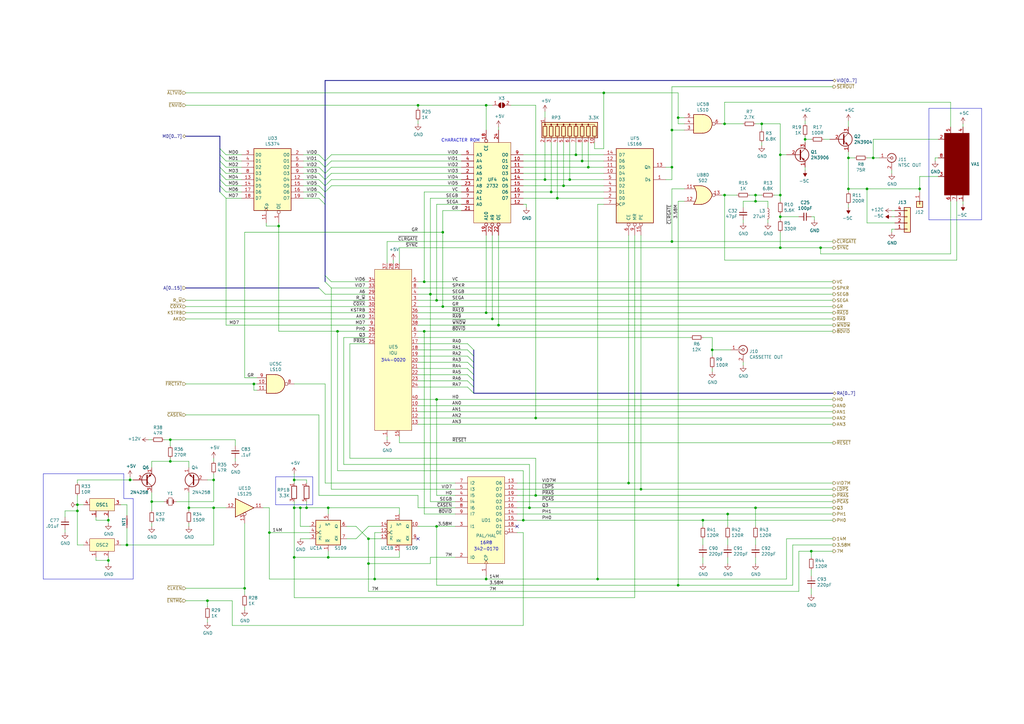
<source format=kicad_sch>
(kicad_sch (version 20230121) (generator eeschema)
  (paper "A3")
  (title_block (title "TIMING/VIDEO A2E NTSC"))
  (junction (at 201.93 130.81))
  (junction (at 297.18 50.8))
  (junction (at 134.62 228.6))
  (junction (at 347.98 64.77))
  (junction (at 309.88 82.55))
  (junction (at 292.1 143.51))
  (junction (at 347.98 77.47))
  (junction (at 204.47 133.35))
  (junction (at 199.39 43.18))
  (junction (at 320.04 101.6))
  (junction (at 179.07 215.9))
  (junction (at 298.45 210.82))
  (junction (at 355.6 77.47))
  (junction (at 77.47 208.28))
  (junction (at 275.59 68.58))
  (junction (at 226.06 78.74))
  (junction (at 87.63 196.85))
  (junction (at 110.49 218.44))
  (junction (at 217.17 208.28))
  (junction (at 262.89 200.66))
  (junction (at 320.04 63.5))
  (junction (at 181.61 125.73))
  (junction (at 44.45 229.87))
  (junction (at 151.13 231.14))
  (junction (at 236.22 63.5))
  (junction (at 125.73 208.28))
  (junction (at 104.14 157.48))
  (junction (at 247.65 38.1))
  (junction (at 120.65 208.28))
  (junction (at 138.43 135.89))
  (junction (at 123.19 208.28))
  (junction (at 275.59 53.34))
  (junction (at 312.42 50.8))
  (junction (at 120.65 228.6))
  (junction (at 219.71 203.2))
  (junction (at 278.13 240.03))
  (junction (at 85.09 246.38))
  (junction (at 320.04 88.9))
  (junction (at 173.99 115.57))
  (junction (at 228.6 81.28))
  (junction (at 69.85 189.23))
  (junction (at 309.88 208.28))
  (junction (at 275.59 99.06))
  (junction (at 31.75 207.01))
  (junction (at 257.81 198.12))
  (junction (at 181.61 95.25))
  (junction (at 245.11 237.49))
  (junction (at 199.39 128.27))
  (junction (at 114.3 92.71))
  (junction (at 320.04 80.01))
  (junction (at 330.2 57.15))
  (junction (at 288.29 213.36))
  (junction (at 231.14 76.2))
  (junction (at 297.18 80.01))
  (junction (at 214.63 213.36))
  (junction (at 134.62 208.28))
  (junction (at 241.3 68.58))
  (junction (at 238.76 66.04))
  (junction (at 173.99 135.89))
  (junction (at 309.88 80.01))
  (junction (at 332.74 226.06))
  (junction (at 358.14 64.77))
  (junction (at 278.13 48.26))
  (junction (at 100.33 241.3))
  (junction (at 53.34 196.85))
  (junction (at 31.75 209.55))
  (junction (at 44.45 213.36))
  (junction (at 179.07 163.83))
  (junction (at 153.67 237.49))
  (junction (at 62.23 205.74))
  (junction (at 377.19 77.47))
  (junction (at 176.53 120.65))
  (junction (at 233.68 73.66))
  (junction (at 151.13 220.98))
  (junction (at 219.71 171.45))
  (junction (at 52.07 223.52))
  (junction (at 199.39 237.49))
  (junction (at 179.07 123.19))
  (junction (at 336.55 101.6))
  (junction (at 171.45 43.18))
  (junction (at 120.65 196.85))
  (junction (at 69.85 180.34))
  (junction (at 87.63 208.28))
  (junction (at 223.52 73.66))
  (no_connect (at 212.09 215.9))
  (no_connect (at 171.45 220.98))
  (bus_entry (at 130.81 73.66) (size 2.54 2.54))
  (bus_entry (at 130.81 63.5) (size 2.54 2.54))
  (bus_entry (at 130.81 76.2) (size 2.54 2.54))
  (bus_entry (at 191.77 151.13) (size 2.54 2.54))
  (bus_entry (at 135.89 63.5) (size -2.54 2.54))
  (bus_entry (at 191.77 140.97) (size 2.54 2.54))
  (bus_entry (at 133.35 115.57) (size 2.54 2.54))
  (bus_entry (at 92.71 63.5) (size -2.54 -2.54))
  (bus_entry (at 130.81 71.12) (size 2.54 2.54))
  (bus_entry (at 92.71 73.66) (size -2.54 -2.54))
  (bus_entry (at 130.81 68.58) (size 2.54 2.54))
  (bus_entry (at 191.77 148.59) (size 2.54 2.54))
  (bus_entry (at 92.71 66.04) (size -2.54 -2.54))
  (bus_entry (at 92.71 68.58) (size -2.54 -2.54))
  (bus_entry (at 130.81 118.11) (size 2.54 2.54))
  (bus_entry (at 135.89 68.58) (size -2.54 2.54))
  (bus_entry (at 92.71 78.74) (size -2.54 -2.54))
  (bus_entry (at 92.71 81.28) (size -2.54 -2.54))
  (bus_entry (at 191.77 146.05) (size 2.54 2.54))
  (bus_entry (at 191.77 158.75) (size 2.54 2.54))
  (bus_entry (at 191.77 156.21) (size 2.54 2.54))
  (bus_entry (at 130.81 66.04) (size 2.54 2.54))
  (bus_entry (at 135.89 76.2) (size -2.54 2.54))
  (bus_entry (at 191.77 153.67) (size 2.54 2.54))
  (bus_entry (at 130.81 78.74) (size 2.54 2.54))
  (bus_entry (at 92.71 71.12) (size -2.54 -2.54))
  (bus_entry (at 135.89 66.04) (size -2.54 2.54))
  (bus_entry (at 135.89 71.12) (size -2.54 2.54))
  (bus_entry (at 191.77 143.51) (size 2.54 2.54))
  (bus_entry (at 133.35 113.03) (size 2.54 2.54))
  (bus_entry (at 130.81 81.28) (size 2.54 2.54))
  (bus_entry (at 92.71 76.2) (size -2.54 -2.54))
  (bus_entry (at 135.89 73.66) (size -2.54 2.54))
  (wire (pts (xy 171.45 153.67) (xy 191.77 153.67)))
  (wire (pts (xy 332.74 228.6) (xy 332.74 226.06)))
  (wire (pts (xy 273.05 73.66) (xy 275.59 73.66)))
  (wire (pts (xy 358.14 57.15) (xy 358.14 64.77)))
  (wire (pts (xy 297.18 50.8) (xy 304.8 50.8)))
  (wire (pts (xy 341.63 226.06) (xy 332.74 226.06)))
  (wire (pts (xy 243.84 60.96) (xy 243.84 58.42)))
  (wire (pts (xy 214.63 213.36) (xy 212.09 213.36)))
  (wire (pts (xy 199.39 236.22) (xy 199.39 237.49)))
  (wire (pts (xy 176.53 228.6) (xy 186.69 228.6)))
  (wire (pts (xy 337.82 57.15) (xy 340.36 57.15)))
  (wire (pts (xy 320.04 50.8) (xy 312.42 50.8)))
  (wire (pts (xy 176.53 120.65) (xy 341.63 120.65)))
  (polyline (pts (xy 402.59 90.17) (xy 402.59 44.45)))
  (wire (pts (xy 163.83 101.6) (xy 320.04 101.6)))
  (wire (pts (xy 133.35 157.48) (xy 133.35 198.12)))
  (wire (pts (xy 87.63 196.85) (xy 85.09 196.85)))
  (wire (pts (xy 186.69 215.9) (xy 179.07 215.9)))
  (wire (pts (xy 275.59 68.58) (xy 273.05 68.58)))
  (wire (pts (xy 247.65 38.1) (xy 278.13 38.1)))
  (wire (pts (xy 314.96 91.44) (xy 314.96 90.17)))
  (wire (pts (xy 62.23 205.74) (xy 67.31 205.74)))
  (wire (pts (xy 52.07 223.52) (xy 87.63 223.52)))
  (wire (pts (xy 130.81 78.74) (xy 124.46 78.74)))
  (wire (pts (xy 309.88 80.01) (xy 312.42 80.01)))
  (wire (pts (xy 69.85 180.34) (xy 96.52 180.34)))
  (wire (pts (xy 212.09 218.44) (xy 214.63 218.44)))
  (wire (pts (xy 383.54 64.77) (xy 383.54 66.04)))
  (wire (pts (xy 44.45 228.6) (xy 44.45 229.87)))
  (wire (pts (xy 389.89 82.55) (xy 389.89 104.14)))
  (wire (pts (xy 130.81 170.18) (xy 76.2 170.18)))
  (wire (pts (xy 179.07 240.03) (xy 278.13 240.03)))
  (wire (pts (xy 179.07 215.9) (xy 179.07 240.03)))
  (wire (pts (xy 151.13 242.57) (xy 327.66 242.57)))
  (wire (pts (xy 332.74 226.06) (xy 327.66 226.06)))
  (bus (pts (xy 90.17 55.88) (xy 76.2 55.88)))
  (wire (pts (xy 31.75 209.55) (xy 31.75 207.01)))
  (wire (pts (xy 176.53 120.65) (xy 171.45 120.65)))
  (wire (pts (xy 92.71 66.04) (xy 99.06 66.04)))
  (wire (pts (xy 219.71 171.45) (xy 341.63 171.45)))
  (wire (pts (xy 322.58 237.49) (xy 322.58 220.98)))
  (wire (pts (xy 231.14 76.2) (xy 247.65 76.2)))
  (wire (pts (xy 87.63 187.96) (xy 87.63 189.23)))
  (bus (pts (xy 90.17 76.2) (xy 90.17 78.74)))
  (wire (pts (xy 95.25 256.54) (xy 95.25 246.38)))
  (wire (pts (xy 49.53 207.01) (xy 52.07 207.01)))
  (wire (pts (xy 151.13 140.97) (xy 143.51 140.97)))
  (wire (pts (xy 95.25 256.54) (xy 214.63 256.54)))
  (wire (pts (xy 130.81 76.2) (xy 124.46 76.2)))
  (wire (pts (xy 156.21 220.98) (xy 151.13 220.98)))
  (wire (pts (xy 212.09 210.82) (xy 298.45 210.82)))
  (wire (pts (xy 100.33 248.92) (xy 100.33 250.19)))
  (wire (pts (xy 245.11 237.49) (xy 322.58 237.49)))
  (wire (pts (xy 76.2 123.19) (xy 151.13 123.19)))
  (wire (pts (xy 275.59 35.56) (xy 341.63 35.56)))
  (wire (pts (xy 133.35 120.65) (xy 151.13 120.65)))
  (wire (pts (xy 96.52 180.34) (xy 96.52 182.88)))
  (wire (pts (xy 347.98 64.77) (xy 350.52 64.77)))
  (wire (pts (xy 217.17 208.28) (xy 309.88 208.28)))
  (wire (pts (xy 278.13 48.26) (xy 278.13 50.8)))
  (wire (pts (xy 31.75 196.85) (xy 31.75 198.12)))
  (wire (pts (xy 171.45 215.9) (xy 179.07 215.9)))
  (wire (pts (xy 95.25 246.38) (xy 85.09 246.38)))
  (wire (pts (xy 173.99 135.89) (xy 173.99 210.82)))
  (wire (pts (xy 325.12 223.52) (xy 325.12 240.03)))
  (wire (pts (xy 176.53 231.14) (xy 151.13 231.14)))
  (wire (pts (xy 295.91 50.8) (xy 297.18 50.8)))
  (wire (pts (xy 312.42 58.42) (xy 312.42 59.69)))
  (wire (pts (xy 219.71 187.96) (xy 219.71 203.2)))
  (wire (pts (xy 228.6 58.42) (xy 228.6 81.28)))
  (wire (pts (xy 76.2 157.48) (xy 104.14 157.48)))
  (wire (pts (xy 173.99 135.89) (xy 341.63 135.89)))
  (wire (pts (xy 158.75 107.95) (xy 158.75 99.06)))
  (wire (pts (xy 179.07 83.82) (xy 189.23 83.82)))
  (wire (pts (xy 146.05 220.98) (xy 151.13 215.9)))
  (wire (pts (xy 262.89 200.66) (xy 341.63 200.66)))
  (wire (pts (xy 330.2 68.58) (xy 330.2 69.85)))
  (wire (pts (xy 163.83 107.95) (xy 163.83 101.6)))
  (wire (pts (xy 130.81 63.5) (xy 124.46 63.5)))
  (wire (pts (xy 214.63 78.74) (xy 226.06 78.74)))
  (wire (pts (xy 179.07 83.82) (xy 179.07 123.19)))
  (wire (pts (xy 320.04 82.55) (xy 320.04 80.01)))
  (wire (pts (xy 105.41 157.48) (xy 104.14 157.48)))
  (bus (pts (xy 194.31 151.13) (xy 194.31 153.67)))
  (wire (pts (xy 288.29 215.9) (xy 288.29 213.36)))
  (wire (pts (xy 199.39 128.27) (xy 341.63 128.27)))
  (wire (pts (xy 365.76 69.85) (xy 365.76 71.12)))
  (wire (pts (xy 204.47 52.07) (xy 204.47 53.34)))
  (wire (pts (xy 163.83 228.6) (xy 134.62 228.6)))
  (wire (pts (xy 179.07 203.2) (xy 186.69 203.2)))
  (wire (pts (xy 171.45 138.43) (xy 283.21 138.43)))
  (wire (pts (xy 158.75 179.07) (xy 158.75 180.34)))
  (wire (pts (xy 161.29 106.68) (xy 161.29 107.95)))
  (wire (pts (xy 312.42 50.8) (xy 312.42 53.34)))
  (wire (pts (xy 85.09 248.92) (xy 85.09 246.38)))
  (wire (pts (xy 163.83 226.06) (xy 163.83 228.6)))
  (wire (pts (xy 123.19 208.28) (xy 123.19 215.9)))
  (wire (pts (xy 39.37 213.36) (xy 44.45 213.36)))
  (wire (pts (xy 275.59 99.06) (xy 341.63 99.06)))
  (wire (pts (xy 44.45 229.87) (xy 44.45 231.14)))
  (bus (pts (xy 133.35 76.2) (xy 133.35 78.74)))
  (wire (pts (xy 44.45 212.09) (xy 44.45 213.36)))
  (bus (pts (xy 90.17 63.5) (xy 90.17 66.04)))
  (wire (pts (xy 123.19 220.98) (xy 127 220.98)))
  (wire (pts (xy 217.17 208.28) (xy 212.09 208.28)))
  (wire (pts (xy 140.97 190.5) (xy 140.97 138.43)))
  (wire (pts (xy 130.81 203.2) (xy 130.81 170.18)))
  (wire (pts (xy 140.97 138.43) (xy 151.13 138.43)))
  (wire (pts (xy 377.19 77.47) (xy 355.6 77.47)))
  (wire (pts (xy 304.8 148.59) (xy 304.8 149.86)))
  (bus (pts (xy 130.81 118.11) (xy 76.2 118.11)))
  (wire (pts (xy 104.14 160.02) (xy 105.41 160.02)))
  (wire (pts (xy 26.67 217.17) (xy 26.67 218.44)))
  (wire (pts (xy 219.71 43.18) (xy 219.71 171.45)))
  (wire (pts (xy 341.63 223.52) (xy 325.12 223.52)))
  (wire (pts (xy 358.14 64.77) (xy 355.6 64.77)))
  (wire (pts (xy 278.13 240.03) (xy 278.13 82.55)))
  (wire (pts (xy 99.06 76.2) (xy 92.71 76.2)))
  (wire (pts (xy 138.43 193.04) (xy 214.63 193.04)))
  (wire (pts (xy 347.98 83.82) (xy 347.98 85.09)))
  (wire (pts (xy 365.76 88.9) (xy 367.03 88.9)))
  (wire (pts (xy 309.88 208.28) (xy 341.63 208.28)))
  (wire (pts (xy 87.63 194.31) (xy 87.63 196.85)))
  (wire (pts (xy 135.89 200.66) (xy 186.69 200.66)))
  (wire (pts (xy 171.45 146.05) (xy 191.77 146.05)))
  (wire (pts (xy 278.13 50.8) (xy 280.67 50.8)))
  (wire (pts (xy 85.09 246.38) (xy 76.2 246.38)))
  (wire (pts (xy 320.04 88.9) (xy 327.66 88.9)))
  (wire (pts (xy 26.67 209.55) (xy 31.75 209.55)))
  (wire (pts (xy 171.45 43.18) (xy 76.2 43.18)))
  (wire (pts (xy 280.67 48.26) (xy 278.13 48.26)))
  (polyline (pts (xy 50.8 194.31) (xy 50.8 204.47)))
  (wire (pts (xy 53.34 195.58) (xy 53.34 196.85)))
  (wire (pts (xy 130.81 68.58) (xy 124.46 68.58)))
  (wire (pts (xy 179.07 123.19) (xy 171.45 123.19)))
  (wire (pts (xy 135.89 68.58) (xy 189.23 68.58)))
  (wire (pts (xy 278.13 38.1) (xy 278.13 48.26)))
  (wire (pts (xy 347.98 62.23) (xy 347.98 64.77)))
  (wire (pts (xy 171.45 163.83) (xy 179.07 163.83)))
  (wire (pts (xy 77.47 191.77) (xy 77.47 189.23)))
  (wire (pts (xy 199.39 96.52) (xy 199.39 128.27)))
  (wire (pts (xy 384.81 57.15) (xy 358.14 57.15)))
  (wire (pts (xy 171.45 118.11) (xy 341.63 118.11)))
  (bus (pts (xy 90.17 73.66) (xy 90.17 76.2)))
  (wire (pts (xy 142.24 220.98) (xy 146.05 220.98)))
  (wire (pts (xy 114.3 92.71) (xy 114.3 135.89)))
  (wire (pts (xy 151.13 220.98) (xy 146.05 215.9)))
  (wire (pts (xy 327.66 226.06) (xy 327.66 242.57)))
  (wire (pts (xy 135.89 73.66) (xy 189.23 73.66)))
  (wire (pts (xy 280.67 82.55) (xy 278.13 82.55)))
  (wire (pts (xy 120.65 208.28) (xy 120.65 228.6)))
  (wire (pts (xy 171.45 151.13) (xy 191.77 151.13)))
  (wire (pts (xy 153.67 237.49) (xy 110.49 237.49)))
  (wire (pts (xy 31.75 207.01) (xy 34.29 207.01)))
  (wire (pts (xy 347.98 77.47) (xy 347.98 78.74)))
  (wire (pts (xy 367.03 93.98) (xy 365.76 93.98)))
  (wire (pts (xy 223.52 73.66) (xy 233.68 73.66)))
  (wire (pts (xy 151.13 231.14) (xy 151.13 242.57)))
  (wire (pts (xy 77.47 208.28) (xy 77.47 209.55)))
  (wire (pts (xy 307.34 80.01) (xy 309.88 80.01)))
  (wire (pts (xy 330.2 57.15) (xy 332.74 57.15)))
  (wire (pts (xy 233.68 58.42) (xy 233.68 73.66)))
  (wire (pts (xy 135.89 115.57) (xy 151.13 115.57)))
  (wire (pts (xy 214.63 68.58) (xy 241.3 68.58)))
  (wire (pts (xy 320.04 80.01) (xy 320.04 63.5)))
  (wire (pts (xy 233.68 73.66) (xy 247.65 73.66)))
  (bus (pts (xy 133.35 33.02) (xy 341.63 33.02)))
  (wire (pts (xy 49.53 223.52) (xy 52.07 223.52)))
  (wire (pts (xy 34.29 223.52) (xy 31.75 223.52)))
  (wire (pts (xy 298.45 223.52) (xy 298.45 220.98)))
  (wire (pts (xy 292.1 143.51) (xy 292.1 138.43)))
  (wire (pts (xy 199.39 237.49) (xy 245.11 237.49)))
  (wire (pts (xy 109.22 91.44) (xy 109.22 92.71)))
  (wire (pts (xy 176.53 81.28) (xy 176.53 120.65)))
  (wire (pts (xy 367.03 91.44) (xy 355.6 91.44)))
  (wire (pts (xy 288.29 213.36) (xy 341.63 213.36)))
  (wire (pts (xy 114.3 135.89) (xy 138.43 135.89)))
  (wire (pts (xy 125.73 205.74) (xy 125.73 208.28)))
  (wire (pts (xy 171.45 173.99) (xy 341.63 173.99)))
  (wire (pts (xy 92.71 68.58) (xy 99.06 68.58)))
  (wire (pts (xy 134.62 228.6) (xy 120.65 228.6)))
  (wire (pts (xy 120.65 205.74) (xy 120.65 208.28)))
  (polyline (pts (xy 113.03 195.58) (xy 113.03 207.01)))
  (wire (pts (xy 87.63 208.28) (xy 77.47 208.28)))
  (wire (pts (xy 92.71 73.66) (xy 99.06 73.66)))
  (wire (pts (xy 135.89 118.11) (xy 135.89 200.66)))
  (wire (pts (xy 77.47 189.23) (xy 69.85 189.23)))
  (bus (pts (xy 194.31 146.05) (xy 194.31 148.59)))
  (wire (pts (xy 135.89 71.12) (xy 189.23 71.12)))
  (wire (pts (xy 92.71 81.28) (xy 99.06 81.28)))
  (wire (pts (xy 275.59 77.47) (xy 275.59 99.06)))
  (wire (pts (xy 39.37 228.6) (xy 39.37 229.87)))
  (wire (pts (xy 31.75 203.2) (xy 31.75 207.01)))
  (wire (pts (xy 215.9 83.82) (xy 215.9 85.09)))
  (wire (pts (xy 171.45 143.51) (xy 191.77 143.51)))
  (wire (pts (xy 275.59 53.34) (xy 275.59 68.58)))
  (wire (pts (xy 171.45 140.97) (xy 191.77 140.97)))
  (wire (pts (xy 297.18 106.68) (xy 297.18 80.01)))
  (polyline (pts (xy 54.61 237.49) (xy 17.78 237.49)))
  (wire (pts (xy 236.22 58.42) (xy 236.22 63.5)))
  (wire (pts (xy 67.31 180.34) (xy 69.85 180.34)))
  (wire (pts (xy 173.99 78.74) (xy 173.99 115.57)))
  (wire (pts (xy 317.5 80.01) (xy 320.04 80.01)))
  (polyline (pts (xy 50.8 204.47) (xy 54.61 204.47)))
  (wire (pts (xy 69.85 189.23) (xy 62.23 189.23)))
  (wire (pts (xy 62.23 205.74) (xy 62.23 209.55)))
  (wire (pts (xy 39.37 229.87) (xy 44.45 229.87)))
  (bus (pts (xy 194.31 153.67) (xy 194.31 156.21)))
  (bus (pts (xy 90.17 68.58) (xy 90.17 71.12)))
  (wire (pts (xy 153.67 218.44) (xy 156.21 218.44)))
  (wire (pts (xy 336.55 104.14) (xy 336.55 101.6)))
  (wire (pts (xy 280.67 77.47) (xy 275.59 77.47)))
  (wire (pts (xy 389.89 41.91) (xy 297.18 41.91)))
  (wire (pts (xy 247.65 83.82) (xy 245.11 83.82)))
  (wire (pts (xy 171.45 49.53) (xy 171.45 50.8)))
  (wire (pts (xy 138.43 193.04) (xy 138.43 135.89)))
  (wire (pts (xy 365.76 86.36) (xy 367.03 86.36)))
  (wire (pts (xy 127 218.44) (xy 110.49 218.44)))
  (wire (pts (xy 262.89 96.52) (xy 262.89 200.66)))
  (wire (pts (xy 358.14 64.77) (xy 360.68 64.77)))
  (polyline (pts (xy 128.27 207.01) (xy 113.03 207.01)))
  (bus (pts (xy 133.35 68.58) (xy 133.35 71.12)))
  (wire (pts (xy 163.83 181.61) (xy 341.63 181.61)))
  (wire (pts (xy 52.07 216.535) (xy 52.07 223.52)))
  (wire (pts (xy 109.22 92.71) (xy 114.3 92.71)))
  (wire (pts (xy 330.2 58.42) (xy 330.2 57.15)))
  (wire (pts (xy 280.67 53.34) (xy 275.59 53.34)))
  (bus (pts (xy 90.17 55.88) (xy 90.17 60.96)))
  (wire (pts (xy 100.33 241.3) (xy 100.33 243.84)))
  (bus (pts (xy 133.35 78.74) (xy 133.35 81.28)))
  (wire (pts (xy 135.89 76.2) (xy 189.23 76.2)))
  (polyline (pts (xy 128.27 195.58) (xy 128.27 207.01)))
  (bus (pts (xy 90.17 71.12) (xy 90.17 73.66)))
  (wire (pts (xy 298.45 210.82) (xy 341.63 210.82)))
  (wire (pts (xy 288.29 228.6) (xy 288.29 231.14)))
  (wire (pts (xy 92.71 81.28) (xy 92.71 133.35)))
  (wire (pts (xy 26.67 212.09) (xy 26.67 209.55)))
  (wire (pts (xy 179.07 163.83) (xy 179.07 203.2)))
  (wire (pts (xy 62.23 180.34) (xy 60.96 180.34)))
  (wire (pts (xy 100.33 154.94) (xy 105.41 154.94)))
  (wire (pts (xy 171.45 158.75) (xy 191.77 158.75)))
  (wire (pts (xy 320.04 95.25) (xy 320.04 101.6)))
  (wire (pts (xy 212.09 205.74) (xy 341.63 205.74)))
  (wire (pts (xy 309.88 223.52) (xy 309.88 220.98)))
  (wire (pts (xy 298.45 215.9) (xy 298.45 210.82)))
  (wire (pts (xy 171.45 166.37) (xy 341.63 166.37)))
  (polyline (pts (xy 381 44.45) (xy 381 90.17)))
  (wire (pts (xy 304.8 91.44) (xy 304.8 90.17)))
  (wire (pts (xy 143.51 187.96) (xy 219.71 187.96)))
  (wire (pts (xy 292.1 143.51) (xy 292.1 146.05)))
  (wire (pts (xy 394.97 83.82) (xy 394.97 82.55)))
  (wire (pts (xy 347.98 49.53) (xy 347.98 52.07)))
  (bus (pts (xy 194.31 156.21) (xy 194.31 158.75)))
  (wire (pts (xy 212.09 200.66) (xy 262.89 200.66)))
  (wire (pts (xy 87.63 223.52) (xy 87.63 208.28)))
  (wire (pts (xy 204.47 96.52) (xy 204.47 133.35)))
  (wire (pts (xy 226.06 78.74) (xy 247.65 78.74)))
  (wire (pts (xy 309.88 215.9) (xy 309.88 208.28)))
  (wire (pts (xy 31.75 223.52) (xy 31.75 209.55)))
  (wire (pts (xy 257.81 96.52) (xy 257.81 198.12)))
  (polyline (pts (xy 17.78 237.49) (xy 17.78 194.31)))
  (wire (pts (xy 171.45 203.2) (xy 130.81 203.2)))
  (wire (pts (xy 130.81 66.04) (xy 124.46 66.04)))
  (wire (pts (xy 52.07 207.01) (xy 52.07 211.455)))
  (wire (pts (xy 140.97 190.5) (xy 217.17 190.5)))
  (wire (pts (xy 214.63 213.36) (xy 288.29 213.36)))
  (wire (pts (xy 238.76 66.04) (xy 247.65 66.04)))
  (wire (pts (xy 219.71 203.2) (xy 212.09 203.2)))
  (wire (pts (xy 92.71 78.74) (xy 99.06 78.74)))
  (wire (pts (xy 288.29 223.52) (xy 288.29 220.98)))
  (wire (pts (xy 87.63 205.74) (xy 87.63 196.85)))
  (wire (pts (xy 384.81 64.77) (xy 383.54 64.77)))
  (wire (pts (xy 201.93 96.52) (xy 201.93 130.81)))
  (wire (pts (xy 212.09 198.12) (xy 257.81 198.12)))
  (wire (pts (xy 377.19 72.39) (xy 377.19 77.47)))
  (bus (pts (xy 133.35 83.82) (xy 133.35 113.03)))
  (bus (pts (xy 194.31 161.29) (xy 341.63 161.29)))
  (wire (pts (xy 309.88 82.55) (xy 314.96 82.55)))
  (wire (pts (xy 110.49 218.44) (xy 110.49 208.28)))
  (wire (pts (xy 130.81 73.66) (xy 124.46 73.66)))
  (wire (pts (xy 320.04 63.5) (xy 322.58 63.5)))
  (wire (pts (xy 257.81 198.12) (xy 341.63 198.12)))
  (wire (pts (xy 171.45 148.59) (xy 191.77 148.59)))
  (wire (pts (xy 176.53 81.28) (xy 189.23 81.28)))
  (wire (pts (xy 332.74 233.68) (xy 332.74 236.22)))
  (wire (pts (xy 146.05 215.9) (xy 142.24 215.9)))
  (wire (pts (xy 110.49 237.49) (xy 110.49 218.44)))
  (wire (pts (xy 181.61 125.73) (xy 171.45 125.73)))
  (wire (pts (xy 322.58 220.98) (xy 341.63 220.98)))
  (wire (pts (xy 72.39 205.74) (xy 87.63 205.74)))
  (wire (pts (xy 130.81 81.28) (xy 124.46 81.28)))
  (wire (pts (xy 332.74 241.3) (xy 332.74 243.84)))
  (bus (pts (xy 133.35 71.12) (xy 133.35 73.66)))
  (bus (pts (xy 133.35 81.28) (xy 133.35 83.82)))
  (wire (pts (xy 377.19 77.47) (xy 377.19 78.74)))
  (wire (pts (xy 320.04 101.6) (xy 336.55 101.6)))
  (wire (pts (xy 135.89 63.5) (xy 189.23 63.5)))
  (wire (pts (xy 214.63 218.44) (xy 214.63 256.54)))
  (wire (pts (xy 214.63 213.36) (xy 214.63 193.04)))
  (wire (pts (xy 231.14 58.42) (xy 231.14 76.2)))
  (wire (pts (xy 336.55 101.6) (xy 341.63 101.6)))
  (wire (pts (xy 138.43 135.89) (xy 151.13 135.89)))
  (wire (pts (xy 69.85 187.96) (xy 69.85 189.23)))
  (wire (pts (xy 69.85 180.34) (xy 69.85 182.88)))
  (wire (pts (xy 223.52 45.72) (xy 223.52 48.26)))
  (wire (pts (xy 77.47 214.63) (xy 77.47 215.9)))
  (wire (pts (xy 292.1 138.43) (xy 288.29 138.43)))
  (wire (pts (xy 309.88 82.55) (xy 309.88 80.01)))
  (wire (pts (xy 245.11 83.82) (xy 245.11 237.49)))
  (wire (pts (xy 153.67 237.49) (xy 153.67 218.44)))
  (wire (pts (xy 247.65 60.96) (xy 243.84 60.96)))
  (wire (pts (xy 176.53 228.6) (xy 176.53 231.14)))
  (wire (pts (xy 320.04 88.9) (xy 320.04 90.17)))
  (wire (pts (xy 171.45 208.28) (xy 171.45 203.2)))
  (wire (pts (xy 214.63 81.28) (xy 228.6 81.28)))
  (wire (pts (xy 173.99 115.57) (xy 341.63 115.57)))
  (wire (pts (xy 85.09 254) (xy 85.09 255.27)))
  (wire (pts (xy 204.47 133.35) (xy 171.45 133.35)))
  (polyline (pts (xy 17.78 194.31) (xy 50.8 194.31)))
  (wire (pts (xy 163.83 179.07) (xy 163.83 181.61)))
  (wire (pts (xy 173.99 115.57) (xy 171.45 115.57)))
  (wire (pts (xy 389.89 52.07) (xy 389.89 41.91)))
  (wire (pts (xy 355.6 91.44) (xy 355.6 77.47)))
  (wire (pts (xy 62.23 214.63) (xy 62.23 215.9)))
  (wire (pts (xy 292.1 151.13) (xy 292.1 152.4)))
  (wire (pts (xy 92.71 208.28) (xy 87.63 208.28)))
  (wire (pts (xy 125.73 208.28) (xy 123.19 208.28)))
  (wire (pts (xy 151.13 215.9) (xy 156.21 215.9)))
  (wire (pts (xy 217.17 190.5) (xy 217.17 208.28)))
  (wire (pts (xy 320.04 87.63) (xy 320.04 88.9)))
  (wire (pts (xy 214.63 71.12) (xy 247.65 71.12)))
  (wire (pts (xy 304.8 85.09) (xy 304.8 82.55)))
  (wire (pts (xy 171.45 171.45) (xy 219.71 171.45)))
  (wire (pts (xy 314.96 82.55) (xy 314.96 85.09)))
  (polyline (pts (xy 402.59 44.45) (xy 381 44.45)))
  (wire (pts (xy 92.71 133.35) (xy 151.13 133.35)))
  (bus (pts (xy 133.35 66.04) (xy 133.35 68.58)))
  (wire (pts (xy 236.22 63.5) (xy 247.65 63.5)))
  (wire (pts (xy 171.45 44.45) (xy 171.45 43.18)))
  (wire (pts (xy 153.67 237.49) (xy 199.39 237.49)))
  (wire (pts (xy 130.81 71.12) (xy 124.46 71.12)))
  (wire (pts (xy 199.39 43.18) (xy 171.45 43.18)))
  (wire (pts (xy 53.34 196.85) (xy 54.61 196.85)))
  (wire (pts (xy 392.43 82.55) (xy 392.43 106.68)))
  (wire (pts (xy 394.97 50.8) (xy 394.97 52.07)))
  (wire (pts (xy 135.89 66.04) (xy 189.23 66.04)))
  (wire (pts (xy 76.2 241.3) (xy 100.33 241.3)))
  (wire (pts (xy 365.76 93.98) (xy 365.76 95.25)))
  (wire (pts (xy 181.61 86.36) (xy 181.61 95.25)))
  (wire (pts (xy 134.62 208.28) (xy 125.73 208.28)))
  (wire (pts (xy 120.65 194.31) (xy 120.65 196.85)))
  (wire (pts (xy 176.53 205.74) (xy 186.69 205.74)))
  (wire (pts (xy 125.73 196.85) (xy 125.73 198.12)))
  (bus (pts (xy 194.31 148.59) (xy 194.31 151.13)))
  (wire (pts (xy 171.45 156.21) (xy 191.77 156.21)))
  (wire (pts (xy 134.62 208.28) (xy 134.62 210.82)))
  (wire (pts (xy 330.2 57.15) (xy 330.2 55.88)))
  (wire (pts (xy 384.81 72.39) (xy 377.19 72.39)))
  (polyline (pts (xy 113.03 195.58) (xy 128.27 195.58)))
  (wire (pts (xy 302.26 80.01) (xy 297.18 80.01)))
  (wire (pts (xy 76.2 125.73) (xy 151.13 125.73)))
  (wire (pts (xy 143.51 140.97) (xy 143.51 187.96)))
  (wire (pts (xy 62.23 189.23) (xy 62.23 191.77)))
  (wire (pts (xy 389.89 104.14) (xy 336.55 104.14)))
  (wire (pts (xy 204.47 133.35) (xy 341.63 133.35)))
  (bus (pts (xy 90.17 66.04) (xy 90.17 68.58)))
  (wire (pts (xy 278.13 240.03) (xy 325.12 240.03)))
  (wire (pts (xy 114.3 92.71) (xy 114.3 91.44)))
  (wire (pts (xy 77.47 208.28) (xy 77.47 201.93)))
  (wire (pts (xy 214.63 63.5) (xy 236.22 63.5)))
  (wire (pts (xy 241.3 68.58) (xy 247.65 68.58)))
  (wire (pts (xy 163.83 208.28) (xy 134.62 208.28)))
  (wire (pts (xy 120.65 157.48) (xy 133.35 157.48)))
  (bus (pts (xy 133.35 33.02) (xy 133.35 66.04)))
  (polyline (pts (xy 54.61 204.47) (xy 54.61 237.49)))
  (wire (pts (xy 201.93 130.81) (xy 171.45 130.81)))
  (wire (pts (xy 219.71 43.18) (xy 209.55 43.18)))
  (wire (pts (xy 320.04 63.5) (xy 320.04 50.8)))
  (wire (pts (xy 163.83 210.82) (xy 163.83 208.28)))
  (wire (pts (xy 309.88 228.6) (xy 309.88 231.14)))
  (wire (pts (xy 214.63 76.2) (xy 231.14 76.2)))
  (wire (pts (xy 171.45 135.89) (xy 173.99 135.89)))
  (wire (pts (xy 171.45 168.91) (xy 341.63 168.91)))
  (wire (pts (xy 120.65 196.85) (xy 125.73 196.85)))
  (wire (pts (xy 173.99 210.82) (xy 186.69 210.82)))
  (wire (pts (xy 39.37 212.09) (xy 39.37 213.36)))
  (wire (pts (xy 100.33 95.25) (xy 100.33 154.94)))
  (wire (pts (xy 309.88 50.8) (xy 312.42 50.8)))
  (wire (pts (xy 44.45 213.36) (xy 44.45 214.63)))
  (wire (pts (xy 92.71 71.12) (xy 99.06 71.12)))
  (wire (pts (xy 297.18 80.01) (xy 295.91 80.01)))
  (bus (pts (xy 133.35 73.66) (xy 133.35 76.2)))
  (wire (pts (xy 298.45 228.6) (xy 298.45 231.14)))
  (wire (pts (xy 238.76 58.42) (xy 238.76 66.04)))
  (wire (pts (xy 76.2 38.1) (xy 247.65 38.1)))
  (wire (pts (xy 76.2 130.81) (xy 151.13 130.81)))
  (wire (pts (xy 104.14 157.48) (xy 104.14 160.02)))
  (bus (pts (xy 194.31 158.75) (xy 194.31 161.29)))
  (wire (pts (xy 292.1 143.51) (xy 299.72 143.51)))
  (wire (pts (xy 181.61 86.36) (xy 189.23 86.36)))
  (wire (pts (xy 123.19 215.9) (xy 127 215.9)))
  (wire (pts (xy 332.74 88.9) (xy 334.01 88.9)))
  (wire (pts (xy 96.52 187.96) (xy 96.52 189.23)))
  (wire (pts (xy 171.45 128.27) (xy 199.39 128.27)))
  (wire (pts (xy 228.6 81.28) (xy 247.65 81.28)))
  (wire (pts (xy 120.65 196.85) (xy 120.65 198.12)))
  (wire (pts (xy 260.35 245.11) (xy 260.35 96.52)))
  (wire (pts (xy 334.01 88.9) (xy 334.01 90.17)))
  (polyline (pts (xy 381 90.17) (xy 402.59 90.17)))
  (wire (pts (xy 297.18 41.91) (xy 297.18 50.8)))
  (wire (pts (xy 226.06 58.42) (xy 226.06 78.74)))
  (wire (pts (xy 355.6 77.47) (xy 347.98 77.47)))
  (wire (pts (xy 120.65 228.6) (xy 120.65 245.11)))
  (wire (pts (xy 275.59 53.34) (xy 275.59 35.56)))
  (wire (pts (xy 214.63 66.04) (xy 238.76 66.04)))
  (wire (pts (xy 179.07 123.19) (xy 341.63 123.19)))
  (wire (pts (xy 173.99 78.74) (xy 189.23 78.74)))
  (wire (pts (xy 120.65 245.11) (xy 260.35 245.11)))
  (wire (pts (xy 219.71 203.2) (xy 341.63 203.2)))
  (wire (pts (xy 214.63 83.82) (xy 215.9 83.82)))
  (wire (pts (xy 201.93 130.81) (xy 341.63 130.81)))
  (wire (pts (xy 76.2 128.27) (xy 151.13 128.27)))
  (wire (pts (xy 158.75 99.06) (xy 275.59 99.06)))
  (wire (pts (xy 186.69 208.28) (xy 171.45 208.28)))
  (wire (pts (xy 347.98 64.77) (xy 347.98 77.47)))
  (wire (pts (xy 176.53 120.65) (xy 176.53 205.74)))
  (wire (pts (xy 214.63 73.66) (xy 223.52 73.66)))
  (bus (pts (xy 90.17 60.96) (xy 90.17 63.5)))
  (wire (pts (xy 199.39 53.34) (xy 199.39 43.18)))
  (wire (pts (xy 241.3 58.42) (xy 241.3 68.58)))
  (wire (pts (xy 92.71 63.5) (xy 99.06 63.5)))
  (wire (pts (xy 181.61 95.25) (xy 181.61 125.73)))
  (wire (pts (xy 181.61 125.73) (xy 341.63 125.73)))
  (wire (pts (xy 392.43 106.68) (xy 297.18 106.68)))
  (wire (pts (xy 179.07 163.83) (xy 341.63 163.83)))
  (bus (pts (xy 133.35 113.03) (xy 133.35 115.57)))
  (wire (pts (xy 123.19 208.28) (xy 120.65 208.28)))
  (wire (pts (xy 199.39 43.18) (xy 201.93 43.18)))
  (wire (pts (xy 100.33 214.63) (xy 100.33 241.3)))
  (wire (pts (xy 133.35 198.12) (xy 186.69 198.12)))
  (wire (pts (xy 223.52 58.42) (xy 223.52 73.66)))
  (wire (pts (xy 247.65 38.1) (xy 247.65 60.96)))
  (wire (pts (xy 151.13 220.98) (xy 151.13 231.14)))
  (bus (pts (xy 194.31 143.51) (xy 194.31 146.05)))
  (wire (pts (xy 330.2 49.53) (xy 330.2 50.8)))
  (wire (pts (xy 275.59 73.66) (xy 275.59 68.58)))
  (wire (pts (xy 53.34 196.85) (xy 31.75 196.85)))
  (wire (pts (xy 304.8 82.55) (xy 309.88 82.55)))
  (wire (pts (xy 134.62 228.6) (xy 134.62 226.06)))
  (wire (pts (xy 151.13 118.11) (xy 135.89 118.11)))
  (wire (pts (xy 181.61 95.25) (xy 100.33 95.25)))
  (wire (pts (xy 110.49 208.28) (xy 107.95 208.28)))
  (wire (pts (xy 62.23 201.93) (xy 62.23 205.74)))
  (text "344-0020" (at 156.21 148.59 0) (effects (font (size 1.27 1.27)) (justify left bottom)))
  (text "16R8" (at 196.85 223.52 0) (effects (font (size 1.27 1.27)) (justify left bottom)))
  (text "CHARACTER ROM" (at 196.85 58.42 0) (effects (font (size 1.27 1.27)) (justify right bottom)))
  (text "342-0170" (at 194.31 226.06 0) (effects (font (size 1.27 1.27)) (justify left bottom)))
  (label "~{LDPS}" (at 222.25 200.66 0))
  (label "RA5" (at 185.42 153.67 0))
  (label "VID7" (at 185.42 200.66 180))
  (label "~{C0XX}" (at 149.86 125.73 180))
  (label "AN1" (at 185.42 168.91 0))
  (label "VID6" (at 125.73 78.74 0))
  (label "VC" (at 187.96 78.74 180))
  (label "14M" (at 200.66 237.49 0))
  (label "RA1" (at 185.42 143.51 0))
  (label "VID1" (at 187.96 66.04 180))
  (label "MD2" (at 97.79 68.58 180))
  (label "VID7" (at 125.73 81.28 0))
  (label "~{CASEN}" (at 185.42 208.28 180))
  (label "AN2" (at 185.42 171.45 0))
  (label "R_~{W}" (at 149.86 123.19 180))
  (label "VID1" (at 125.73 66.04 0))
  (label "3.58M" (at 200.66 240.03 0))
  (label "~{CLRGATE}" (at 171.45 99.06 180))
  (label "VID3" (at 125.73 71.12 0))
  (label "RA6" (at 185.42 156.21 0))
  (label "SEGB" (at 185.42 120.65 0))
  (label "MD7" (at 149.86 133.35 180))
  (label "H0" (at 185.42 203.2 180))
  (label "MD7" (at 93.98 133.35 0))
  (label "MD4" (at 97.79 73.66 180))
  (label "PH1" (at 222.25 210.82 0))
  (label "VID6" (at 149.86 115.57 180))
  (label "RA0" (at 185.42 140.97 0))
  (label "VID5" (at 125.73 76.2 0))
  (label "VID0" (at 187.96 63.5 180))
  (label "VID5" (at 187.96 76.2 180))
  (label "SPKR" (at 185.42 118.11 0))
  (label "H0" (at 185.42 163.83 0))
  (label "7M" (at 200.66 242.57 0))
  (label "VID2" (at 125.73 68.58 0))
  (label "SEGB" (at 185.42 205.74 180))
  (label "MD5" (at 97.79 76.2 180))
  (label "RA4" (at 185.42 151.13 0))
  (label "PH0" (at 149.86 135.89 180))
  (label "~{CLRGATE}" (at 275.59 83.82 270))
  (label "GR" (at 185.42 125.73 0))
  (label "3.58M" (at 278.13 83.82 270))
  (label "VC" (at 185.42 115.57 0))
  (label "RA3" (at 185.42 148.59 0))
  (label "SEGA" (at 187.96 83.82 180))
  (label "PH0" (at 222.25 213.36 0))
  (label "RA2" (at 185.42 146.05 0))
  (label "MD0" (at 97.79 63.5 180))
  (label "MD7" (at 97.79 81.28 180))
  (label "~{80VID}" (at 185.42 210.82 180))
  (label "A6" (at 149.86 120.65 180))
  (label "~{WNDW}" (at 185.42 133.35 0))
  (label "Q3" (at 222.25 208.28 0))
  (label "~{80VID}" (at 185.42 135.89 0))
  (label "~{PRAS}" (at 222.25 203.2 0))
  (label "VID0" (at 125.73 63.5 0))
  (label "Q3" (at 149.86 138.43 180))
  (label "SEGA" (at 185.42 123.19 0))
  (label "MD1" (at 97.79 66.04 180))
  (label "~{SYNC}" (at 171.45 101.6 180))
  (label "MD3" (at 97.79 71.12 180))
  (label "~{RA10}" (at 185.42 128.27 0))
  (label "VID4" (at 125.73 73.66 0))
  (label "SEGB" (at 187.96 81.28 180))
  (label "~{PCAS}" (at 222.25 205.74 0))
  (label "7M" (at 185.42 228.6 180))
  (label "~{RESET}" (at 185.42 181.61 0))
  (label "KSTRB" (at 149.86 128.27 180))
  (label "VID3" (at 187.96 71.12 180))
  (label "3.58M" (at 185.42 215.9 180))
  (label "VID4" (at 187.96 73.66 180))
  (label "VID7M" (at 222.25 198.12 0))
  (label "14M" (at 111.76 218.44 0))
  (label "RA7" (at 185.42 158.75 0))
  (label "VID7" (at 149.86 118.11 180))
  (label "GR" (at 104.14 154.94 180))
  (label "AN0" (at 185.42 166.37 0))
  (label "GR" (at 187.96 86.36 180))
  (label "~{RA9}" (at 185.42 130.81 0))
  (label "AKD" (at 149.86 130.81 180))
  (label "MD6" (at 97.79 78.74 180))
  (label "GR" (at 171.45 95.25 180))
  (label "AN3" (at 185.42 173.99 0))
  (label "7M" (at 152.4 242.57 0))
  (label "~{PRAS}" (at 149.86 140.97 180))
  (label "VID2" (at 187.96 68.58 180))
  (hierarchical_label "~{CASEN}" (shape input) (at 76.2 170.18 180))
  (hierarchical_label "VID7M" (shape output) (at 341.63 198.12 0))
  (hierarchical_label "~{ALTVID}" (shape input) (at 76.2 38.1 180))
  (hierarchical_label "~{RA9}" (shape output) (at 341.63 130.81 0))
  (hierarchical_label "AN3" (shape output) (at 341.63 173.99 0))
  (hierarchical_label "PH0" (shape output) (at 341.63 213.36 0))
  (hierarchical_label "~{RESET}" (shape output) (at 341.63 181.61 0))
  (hierarchical_label "GR" (shape output) (at 341.63 125.73 0))
  (hierarchical_label "A[0..15]" (shape input) (at 76.2 118.11 180))
  (hierarchical_label "~{C0XX}" (shape input) (at 76.2 125.73 180))
  (hierarchical_label "R_~{W}" (shape input) (at 76.2 123.19 180))
  (hierarchical_label "VC" (shape output) (at 341.63 115.57 0))
  (hierarchical_label "VID[0..7]" (shape bidirectional) (at 341.63 33.02 0))
  (hierarchical_label "RA[0..7]" (shape bidirectional) (at 341.63 161.29 0))
  (hierarchical_label "AN2" (shape output) (at 341.63 171.45 0))
  (hierarchical_label "~{SEROUT}" (shape output) (at 341.63 35.56 0))
  (hierarchical_label "14M" (shape output) (at 341.63 220.98 0))
  (hierarchical_label "MD[0..7]" (shape bidirectional) (at 76.2 55.88 180))
  (hierarchical_label "AN0" (shape output) (at 341.63 166.37 0))
  (hierarchical_label "~{SYNC}" (shape output) (at 341.63 101.6 0))
  (hierarchical_label "~{PCAS}" (shape output) (at 341.63 205.74 0))
  (hierarchical_label "~{80VID}" (shape output) (at 341.63 135.89 0))
  (hierarchical_label "~{RA10}" (shape output) (at 341.63 128.27 0))
  (hierarchical_label "SEGA" (shape output) (at 341.63 123.19 0))
  (hierarchical_label "H0" (shape output) (at 341.63 163.83 0))
  (hierarchical_label "AN1" (shape output) (at 341.63 168.91 0))
  (hierarchical_label "~{CLKEN}" (shape input) (at 76.2 241.3 180))
  (hierarchical_label "~{PRAS}" (shape output) (at 341.63 203.2 0))
  (hierarchical_label "AKD" (shape input) (at 76.2 130.81 180))
  (hierarchical_label "Q3" (shape output) (at 341.63 208.28 0))
  (hierarchical_label "~{ENTMG}" (shape input) (at 76.2 246.38 180))
  (hierarchical_label "~{LDPS}" (shape output) (at 341.63 200.66 0))
  (hierarchical_label "SEGB" (shape output) (at 341.63 120.65 0))
  (hierarchical_label "SPKR" (shape output) (at 341.63 118.11 0))
  (hierarchical_label "7M" (shape output) (at 341.63 226.06 0))
  (hierarchical_label "KSTRB" (shape input) (at 76.2 128.27 180))
  (hierarchical_label "~{CLRGATE}" (shape output) (at 341.63 99.06 0))
  (hierarchical_label "~{ENVID}" (shape input) (at 76.2 43.18 180))
  (hierarchical_label "PH1" (shape output) (at 341.63 210.82 0))
  (hierarchical_label "3.58M" (shape output) (at 341.63 223.52 0))
  (hierarchical_label "~{FRCTXT}" (shape input) (at 76.2 157.48 180))
  (hierarchical_label "~{WNDW}" (shape output) (at 341.63 133.35 0))
  (symbol (lib_id "Apple_IIe_Symbols:74LS374") (at 111.76 73.66 0) (unit 1)
    (property "Reference" "UD3" (at 111.76 56.7182 0))
    (property "Value" "LS374" (at 111.76 59.0296 0))
    (property "Datasheet" "http://www.ti.com/lit/gpn/sn74LS374" (effects hide))
  )
  (symbol (lib_id "Apple_IIe_Symbols:2732") (at 201.93 73.66 0) (unit 1)
    (property "Reference" "UF4" (at 201.93 73.66 0))
    (property "Value" "2732" (at 201.93 76.2 0))
  )
  (symbol (lib_id "Device:R_Network09") (at 233.68 53.34 0) (unit 1)
    (property "Reference" "RP3" (at 226.06 48.26 0) (effects (justify left)))
    (property "Value" "3.3K" (at 241.3 48.26 0) (effects (justify left)))
    (property "Footprint" "Resistor_THT:R_Array_SIP10" (effects hide))
    (property "Datasheet" "http://www.vishay.com/docs/31509/csc.pdf" (effects hide))
  )
  (symbol (lib_id "Apple_IIe_Symbols:74LS166") (at 260.35 76.2 0) (unit 1)
    (property "Reference" "UF5" (at 260.35 56.7182 0))
    (property "Value" "LS166" (at 260.35 59.0296 0))
    (property "Datasheet" "http://www.ti.com/lit/gpn/sn74LS166" (effects hide))
  )
  (symbol (lib_id "74xx:74LS10") (at 288.29 50.8 0) (mirror x) (unit 2)
    (property "Reference" "UC5" (at 288.29 42.7482 0))
    (property "Value" "LS10" (at 288.29 45.0596 0))
    (property "Datasheet" "http://www.ti.com/lit/gpn/sn74LS10" (effects hide))
  )
  (symbol (lib_id "74xx:74LS02") (at 288.29 80.01 0) (unit 4)
    (property "Reference" "UB8" (at 288.29 71.755 0))
    (property "Value" "S02" (at 288.29 74.0664 0))
    (property "Datasheet" "http://www.ti.com/lit/gpn/sn74ls02" (effects hide))
  )
  (symbol (lib_id "Transistor_BJT:2N3906") (at 327.66 63.5 0) (unit 1)
    (property "Reference" "Q1" (at 332.486 62.3316 0) (effects (justify left)))
    (property "Value" "2N3906" (at 332.486 64.643 0) (effects (justify left)))
    (property "Footprint" "Package_TO_SOT_THT:TO-92_Inline" (effects hide))
    (property "Datasheet" "https://www.onsemi.com/pub/Collateral/2N3906-D.PDF" (effects hide))
  )
  (symbol (lib_id "Transistor_BJT:2N3904") (at 345.44 57.15 0) (unit 1)
    (property "Reference" "Q2" (at 350.266 55.9816 0) (effects (justify left)))
    (property "Value" "2N3904" (at 350.266 58.293 0) (effects (justify left)))
    (property "Footprint" "Package_TO_SOT_THT:TO-92_Inline" (effects hide))
    (property "Datasheet" "https://www.onsemi.com/pub/Collateral/2N3903-D.PDF" (effects hide))
  )
  (symbol (lib_id "Apple_IIe_Symbols:VideoAmp") (at 392.43 67.31 0) (unit 1)
    (property "Reference" "VA1" (at 398.2212 67.31 0) (effects (justify left)))
    (property "Value" "VideoAmp" (effects hide))
  )
  (symbol (lib_id "Apple_IIe_Symbols:IOU") (at 161.29 143.51 0) (unit 1)
    (property "Reference" "UE5" (at 161.29 142.24 0))
    (property "Value" "IOU" (at 161.29 144.78 0))
  )
  (symbol (lib_id "Device:Q_PNP_EBC") (at 59.69 196.85 0) (mirror x) (unit 1)
    (property "Reference" "Q6" (at 58.42 191.77 0) (effects (justify left)))
    (property "Value" "2N4258" (at 53.34 201.93 0) (effects (justify left)))
  )
  (symbol (lib_id "Device:Q_PNP_EBC") (at 80.01 196.85 180) (unit 1)
    (property "Reference" "Q4" (at 81.28 191.77 0) (effects (justify left)))
    (property "Value" "2N4258" (at 86.36 201.93 0) (effects (justify left)))
  )
  (symbol (lib_id "74xx:74LS109") (at 134.62 218.44 0) (unit 1)
    (property "Reference" "UC1" (at 129.54 224.79 0))
    (property "Value" "S109" (at 139.7 224.79 0))
    (property "Datasheet" "http://www.ti.com/lit/gpn/sn74LS109" (effects hide))
  )
  (symbol (lib_id "74xx:74LS109") (at 163.83 218.44 0) (unit 2)
    (property "Reference" "UC1" (at 158.75 224.79 0))
    (property "Value" "S109" (at 168.91 224.79 0))
    (property "Datasheet" "http://www.ti.com/lit/gpn/sn74LS109" (effects hide))
  )
  (symbol (lib_id "74xx:74LS125") (at 100.33 208.28 0) (unit 4)
    (property "Reference" "UE1" (at 100.33 200.2282 0))
    (property "Value" "LS125" (at 100.33 202.5396 0))
    (property "Datasheet" "http://www.ti.com/lit/gpn/sn74LS125" (effects hide))
  )
  (symbol (lib_id "74xx:74LS10") (at 113.03 157.48 0) (unit 3)
    (property "Reference" "UC5" (at 113.03 149.225 0))
    (property "Value" "LS10" (at 113.03 151.5364 0))
    (property "Datasheet" "http://www.ti.com/lit/gpn/sn74LS10" (effects hide))
  )
  (symbol (lib_id "Apple_IIe_Symbols:PAL_HAL") (at 199.39 213.36 0) (unit 1)
    (property "Reference" "UD1" (at 199.39 213.36 0))
    (property "Value" "PAL/HAL" (at 199.39 219.71 0))
  )
  (symbol (lib_id "power:+5V") (at 161.29 106.68 0) (unit 1)
    (property "Reference" "#PWR046" (effects hide))
    (property "Value" "+5V" (at 161.671 102.2858 0))
  )
  (symbol (lib_id "power:GND") (at 158.75 180.34 0) (unit 1)
    (property "Reference" "#PWR045" (effects hide))
    (property "Value" "GND" (at 158.877 184.7342 0))
  )
  (symbol (lib_id "power:+5V") (at 204.47 52.07 0) (unit 1)
    (property "Reference" "#PWR047" (effects hide))
    (property "Value" "+5V" (at 204.851 47.6758 0))
  )
  (symbol (lib_id "Jumper:SolderJumper_2_Open") (at 205.74 43.18 0) (unit 1)
    (property "Reference" "X3" (at 205.74 40.3098 0))
    (property "Value" "SolderJumper_2_Open" (effects hide))
  )
  (symbol (lib_id "power:+5V") (at 223.52 45.72 0) (unit 1)
    (property "Reference" "#PWR049" (effects hide))
    (property "Value" "+5V" (at 223.901 41.3258 0))
  )
  (symbol (lib_id "power:GND") (at 215.9 85.09 0) (unit 1)
    (property "Reference" "#PWR048" (effects hide))
    (property "Value" "GND" (at 216.027 89.4842 0))
  )
  (symbol (lib_id "Connector:Conn_Coaxial") (at 304.8 143.51 0) (unit 1)
    (property "Reference" "J10" (at 307.34 144.145 0) (effects (justify left)))
    (property "Value" "CASSETTE OUT" (at 307.34 146.4564 0) (effects (justify left)))
    (property "Datasheet" " ~" (effects hide))
  )
  (symbol (lib_id "power:GND") (at 304.8 149.86 0) (unit 1)
    (property "Reference" "#PWR053" (effects hide))
    (property "Value" "GND" (at 304.927 154.2542 0))
  )
  (symbol (lib_id "Device:R_Small") (at 285.75 138.43 270) (unit 1)
    (property "Reference" "R6" (at 285.75 141.0716 90))
    (property "Value" "12K" (at 285.75 143.383 90))
  )
  (symbol (lib_id "Device:R_Small") (at 292.1 148.59 180) (unit 1)
    (property "Reference" "R9" (at 293.5986 147.4216 0) (effects (justify right)))
    (property "Value" "100R" (at 293.5986 149.733 0) (effects (justify right)))
  )
  (symbol (lib_id "power:GND") (at 292.1 152.4 0) (unit 1)
    (property "Reference" "#PWR051" (effects hide))
    (property "Value" "GND" (at 292.227 156.7942 0))
  )
  (symbol (lib_id "Device:R_Network09_Split") (at 120.65 201.93 0) (unit 2)
    (property "Reference" "RP1" (at 118.872 200.9648 0) (effects (justify right)))
    (property "Value" "3.3K" (at 118.872 203.2762 0) (effects (justify right)))
    (property "Footprint" "Resistor_THT:R_Array_SIP10" (effects hide))
    (property "Datasheet" "http://www.vishay.com/docs/31509/csc.pdf" (effects hide))
  )
  (symbol (lib_id "Device:R_Network09_Split") (at 125.73 201.93 0) (unit 4)
    (property "Reference" "RP1" (effects hide))
    (property "Value" "3.3K" (effects hide))
    (property "Footprint" "Resistor_THT:R_Array_SIP10" (effects hide))
    (property "Datasheet" "http://www.vishay.com/docs/31509/csc.pdf" (effects hide))
  )
  (symbol (lib_id "power:+5V") (at 120.65 194.31 0) (unit 1)
    (property "Reference" "#PWR043" (effects hide))
    (property "Value" "+5V" (at 121.031 189.9158 0))
  )
  (symbol (lib_id "power:GND") (at 123.19 220.98 0) (unit 1)
    (property "Reference" "#PWR044" (effects hide))
    (property "Value" "GND" (at 123.317 225.3742 0))
  )
  (symbol (lib_id "Device:R_Small") (at 100.33 246.38 180) (unit 1)
    (property "Reference" "R28" (at 101.8286 245.2116 0) (effects (justify right)))
    (property "Value" "1K" (at 101.8286 247.523 0) (effects (justify right)))
  )
  (symbol (lib_id "power:GND") (at 100.33 250.19 0) (unit 1)
    (property "Reference" "#PWR042" (effects hide))
    (property "Value" "GND" (at 100.457 254.5842 0))
  )
  (symbol (lib_id "Device:R_Small") (at 85.09 251.46 180) (unit 1)
    (property "Reference" "R29" (at 86.5886 250.2916 0) (effects (justify right)))
    (property "Value" "1K" (at 86.5886 252.603 0) (effects (justify right)))
  )
  (symbol (lib_id "power:GND") (at 85.09 255.27 0) (unit 1)
    (property "Reference" "#PWR039" (effects hide))
    (property "Value" "GND" (at 85.217 259.6642 0))
  )
  (symbol (lib_id "Device:R_Small") (at 69.85 185.42 180) (unit 1)
    (property "Reference" "R36" (at 71.3486 184.2516 0) (effects (justify right)))
    (property "Value" "270R" (at 71.3486 186.563 0) (effects (justify right)))
  )
  (symbol (lib_id "Device:R_Small") (at 64.77 180.34 90) (unit 1)
    (property "Reference" "R38" (at 64.77 175.3616 90))
    (property "Value" "47R" (at 64.77 177.673 90))
  )
  (symbol (lib_id "power:+12V") (at 60.96 180.34 90) (unit 1)
    (property "Reference" "#PWR036" (effects hide))
    (property "Value" "+12V" (at 57.7088 179.959 90) (effects (justify left)))
  )
  (symbol (lib_id "Device:C_Small") (at 96.52 185.42 0) (unit 1)
    (property "Reference" "C83" (at 98.8568 184.2516 0) (effects (justify left)))
    (property "Value" ".1uF" (at 98.8568 186.563 0) (effects (justify left)))
  )
  (symbol (lib_id "Device:R_Small") (at 87.63 191.77 180) (unit 1)
    (property "Reference" "R35" (at 89.1286 190.6016 0) (effects (justify right)))
    (property "Value" "47R" (at 89.1286 192.913 0) (effects (justify right)))
  )
  (symbol (lib_id "power:+5V") (at 87.63 187.96 0) (unit 1)
    (property "Reference" "#PWR040" (effects hide))
    (property "Value" "+5V" (at 88.011 183.5658 0))
  )
  (symbol (lib_id "power:GND") (at 96.52 189.23 0) (unit 1)
    (property "Reference" "#PWR041" (effects hide))
    (property "Value" "GND" (at 96.647 193.6242 0))
  )
  (symbol (lib_id "Device:Crystal_Small") (at 69.85 205.74 0) (unit 1)
    (property "Reference" "Y1" (at 69.85 202.3618 0))
    (property "Value" "Crystal_Small" (effects hide))
  )
  (symbol (lib_id "power:+5V") (at 53.34 195.58 0) (unit 1)
    (property "Reference" "#PWR035" (effects hide))
    (property "Value" "+5V" (at 53.721 191.1858 0))
  )
  (symbol (lib_id "Device:R_Small") (at 62.23 212.09 180) (unit 1)
    (property "Reference" "R37" (at 63.7286 210.9216 0) (effects (justify right)))
    (property "Value" "47R" (at 63.7286 213.233 0) (effects (justify right)))
  )
  (symbol (lib_id "Device:R_Small") (at 77.47 212.09 180) (unit 1)
    (property "Reference" "R34" (at 78.9686 210.9216 0) (effects (justify right)))
    (property "Value" "150R" (at 78.9686 213.233 0) (effects (justify right)))
  )
  (symbol (lib_id "power:GND") (at 77.47 215.9 0) (unit 1)
    (property "Reference" "#PWR038" (effects hide))
    (property "Value" "GND" (at 77.597 220.2942 0))
  )
  (symbol (lib_id "power:GND") (at 62.23 215.9 0) (unit 1)
    (property "Reference" "#PWR037" (effects hide))
    (property "Value" "GND" (at 62.357 220.2942 0))
  )
  (symbol (lib_id "Apple_IIe_Symbols:Oscillator") (at 41.91 207.01 0) (unit 1)
    (property "Reference" "OSC1" (at 41.91 207.01 0))
    (property "Value" "Oscillator" (effects hide))
  )
  (symbol (lib_id "Apple_IIe_Symbols:Oscillator") (at 41.91 223.52 0) (unit 1)
    (property "Reference" "OSC2" (at 41.91 223.52 0))
    (property "Value" "Oscillator" (effects hide))
  )
  (symbol (lib_id "power:GND") (at 44.45 214.63 0) (unit 1)
    (property "Reference" "#PWR033" (effects hide))
    (property "Value" "GND" (at 44.577 219.0242 0))
  )
  (symbol (lib_id "power:GND") (at 44.45 231.14 0) (unit 1)
    (property "Reference" "#PWR034" (effects hide))
    (property "Value" "GND" (at 44.577 235.5342 0))
  )
  (symbol (lib_id "Device:R_Small") (at 31.75 200.66 180) (unit 1)
    (property "Reference" "R33" (at 33.2486 199.4916 0) (effects (justify right)))
    (property "Value" "10R" (at 33.2486 201.803 0) (effects (justify right)))
  )
  (symbol (lib_id "Device:C_Small") (at 26.67 214.63 0) (unit 1)
    (property "Reference" "C77" (at 24.3586 213.4616 0) (effects (justify right)))
    (property "Value" ".01uF" (at 24.3586 215.773 0) (effects (justify right)))
  )
  (symbol (lib_id "power:GND") (at 26.67 218.44 0) (unit 1)
    (property "Reference" "#PWR032" (effects hide))
    (property "Value" "GND" (at 26.797 222.8342 0))
  )
  (symbol (lib_id "Device:C_Small") (at 288.29 226.06 0) (unit 1)
    (property "Reference" "C90" (at 290.6268 224.8916 0) (effects (justify left)))
    (property "Value" "220pF" (at 290.6268 227.203 0) (effects (justify left)))
  )
  (symbol (lib_id "Device:C_Small") (at 298.45 226.06 0) (unit 1)
    (property "Reference" "C91" (at 300.7868 224.8916 0) (effects (justify left)))
    (property "Value" "220pF" (at 300.7868 227.203 0) (effects (justify left)))
  )
  (symbol (lib_id "Device:C_Small") (at 309.88 226.06 0) (unit 1)
    (property "Reference" "C92" (at 312.2168 224.8916 0) (effects (justify left)))
    (property "Value" "220pF" (at 312.2168 227.203 0) (effects (justify left)))
  )
  (symbol (lib_id "Device:R_Small") (at 288.29 218.44 0) (unit 1)
    (property "Reference" "R41" (at 289.7886 217.2716 0) (effects (justify left)))
    (property "Value" "120R" (at 289.7886 219.583 0) (effects (justify left)))
  )
  (symbol (lib_id "Device:R_Small") (at 298.45 218.44 0) (unit 1)
    (property "Reference" "R42" (at 299.9486 217.2716 0) (effects (justify left)))
    (property "Value" "120R" (at 299.9486 219.583 0) (effects (justify left)))
  )
  (symbol (lib_id "Device:R_Small") (at 309.88 218.44 0) (unit 1)
    (property "Reference" "R43" (at 311.3786 217.2716 0) (effects (justify left)))
    (property "Value" "120R" (at 311.3786 219.583 0) (effects (justify left)))
  )
  (symbol (lib_id "power:GND") (at 288.29 231.14 0) (unit 1)
    (property "Reference" "#PWR050" (effects hide))
    (property "Value" "GND" (at 288.417 235.5342 0))
  )
  (symbol (lib_id "power:GND") (at 298.45 231.14 0) (unit 1)
    (property "Reference" "#PWR052" (effects hide))
    (property "Value" "GND" (at 298.577 235.5342 0))
  )
  (symbol (lib_id "power:GND") (at 309.88 231.14 0) (unit 1)
    (property "Reference" "#PWR055" (effects hide))
    (property "Value" "GND" (at 310.007 235.5342 0))
  )
  (symbol (lib_id "Device:R_Small") (at 307.34 50.8 90) (unit 1)
    (property "Reference" "R7" (at 307.34 45.8216 90))
    (property "Value" "2.7K" (at 307.34 48.133 90))
  )
  (symbol (lib_id "Device:R_Small") (at 312.42 55.88 0) (unit 1)
    (property "Reference" "R3" (at 313.9186 54.7116 0) (effects (justify left)))
    (property "Value" "6.8K" (at 313.9186 57.023 0) (effects (justify left)))
  )
  (symbol (lib_id "power:GND") (at 312.42 59.69 0) (unit 1)
    (property "Reference" "#PWR056" (effects hide))
    (property "Value" "GND" (at 312.547 64.0842 0))
  )
  (symbol (lib_id "Device:R_Small") (at 304.8 80.01 90) (unit 1)
    (property "Reference" "R15" (at 304.8 75.0316 90))
    (property "Value" "1K" (at 304.8 77.343 90))
  )
  (symbol (lib_id "Device:R_Small") (at 314.96 80.01 90) (unit 1)
    (property "Reference" "R13" (at 314.96 75.0316 90))
    (property "Value" "6.8K" (at 314.96 77.343 90))
  )
  (symbol (lib_id "Device:C_Small") (at 304.8 87.63 0) (unit 1)
    (property "Reference" "C32" (at 302.4886 86.4616 0) (effects (justify right)))
    (property "Value" "47pF" (at 302.4886 88.773 0) (effects (justify right)))
  )
  (symbol (lib_id "Device:L_Small") (at 314.96 87.63 0) (unit 1)
    (property "Reference" "L3" (at 313.8678 86.4616 0) (effects (justify right)))
    (property "Value" "27uH" (at 313.8678 88.773 0) (effects (justify right)))
  )
  (symbol (lib_id "power:GND") (at 304.8 91.44 0) (unit 1)
    (property "Reference" "#PWR054" (effects hide))
    (property "Value" "GND" (at 304.927 95.8342 0))
  )
  (symbol (lib_id "power:GND") (at 314.96 91.44 0) (unit 1)
    (property "Reference" "#PWR057" (effects hide))
    (property "Value" "GND" (at 315.087 95.8342 0))
  )
  (symbol (lib_id "Apple_IIe_Symbols:-5C") (at 330.2 69.85 180) (unit 1)
    (property "Reference" "#PWR059" (effects hide))
    (property "Value" "-5C" (at 329.819 74.2442 0))
  )
  (symbol (lib_id "Device:R_Small") (at 320.04 85.09 0) (unit 1)
    (property "Reference" "R10" (at 321.5386 83.9216 0) (effects (justify left)))
    (property "Value" "5.6K" (at 321.5386 86.233 0) (effects (justify left)))
  )
  (symbol (lib_id "Device:R_Small") (at 320.04 92.71 0) (unit 1)
    (property "Reference" "R5" (at 321.5386 91.5416 0) (effects (justify left)))
    (property "Value" "330R" (at 321.5386 93.853 0) (effects (justify left)))
  )
  (symbol (lib_id "Device:C_Small") (at 330.2 88.9 270) (unit 1)
    (property "Reference" "C25" (at 330.2 83.0834 90))
    (property "Value" "100pF" (at 330.2 85.3948 90))
  )
  (symbol (lib_id "power:GND") (at 334.01 90.17 0) (unit 1)
    (property "Reference" "#PWR060" (effects hide))
    (property "Value" "GND" (at 334.137 94.5642 0))
  )
  (symbol (lib_id "Device:R_Small") (at 330.2 53.34 0) (unit 1)
    (property "Reference" "R19" (at 328.7268 52.1716 0) (effects (justify right)))
    (property "Value" "1K" (at 328.7268 54.483 0) (effects (justify right)))
  )
  (symbol (lib_id "Device:R_Small") (at 335.28 57.15 270) (unit 1)
    (property "Reference" "R17" (at 335.28 52.1716 90))
    (property "Value" "100R" (at 335.28 54.483 90))
  )
  (symbol (lib_id "power:+5C") (at 330.2 49.53 0) (unit 1)
    (property "Reference" "#PWR058" (effects hide))
    (property "Value" "+5C" (at 330.581 45.1358 0))
  )
  (symbol (lib_id "power:+5C") (at 347.98 49.53 0) (unit 1)
    (property "Reference" "#PWR061" (effects hide))
    (property "Value" "+5C" (at 348.361 45.1358 0))
  )
  (symbol (lib_id "Device:R_Small") (at 353.06 64.77 270) (unit 1)
    (property "Reference" "R8" (at 353.06 67.4116 90))
    (property "Value" "75R" (at 353.06 69.723 90))
  )
  (symbol (lib_id "Connector:Conn_Coaxial") (at 365.76 64.77 0) (unit 1)
    (property "Reference" "J11" (at 368.3 65.405 0) (effects (justify left)))
    (property "Value" "NTSC OUT" (at 368.3 67.7164 0) (effects (justify left)))
    (property "Datasheet" " ~" (effects hide))
  )
  (symbol (lib_id "power:GND") (at 365.76 71.12 0) (unit 1)
    (property "Reference" "#PWR063" (effects hide))
    (property "Value" "GND" (at 365.887 75.5142 0))
  )
  (symbol (lib_id "Device:R_Small") (at 347.98 81.28 0) (unit 1)
    (property "Reference" "R11" (at 349.4786 80.1116 0) (effects (justify left)))
    (property "Value" "200R" (at 349.4786 82.423 0) (effects (justify left)))
  )
  (symbol (lib_id "Apple_IIe_Symbols:-5C") (at 347.98 85.09 180) (unit 1)
    (property "Reference" "#PWR062" (effects hide))
    (property "Value" "-5C" (at 347.599 89.4842 0))
  )
  (symbol (lib_id "power:GND") (at 383.54 66.04 0) (unit 1)
    (property "Reference" "#PWR067" (effects hide))
    (property "Value" "GND" (at 383.667 70.4342 0))
  )
  (symbol (lib_id "power:+5C") (at 394.97 50.8 0) (unit 1)
    (property "Reference" "#PWR068" (effects hide))
    (property "Value" "+5C" (at 395.351 46.4058 0))
  )
  (symbol (lib_id "Apple_IIe_Symbols:-5C") (at 394.97 83.82 180) (unit 1)
    (property "Reference" "#PWR069" (effects hide))
    (property "Value" "-5C" (at 394.589 88.2142 0))
  )
  (symbol (lib_id "Connector_Generic:Conn_01x04") (at 372.11 91.44 0) (mirror x) (unit 1)
    (property "Reference" "J13" (at 370.0272 82.9818 0))
    (property "Value" "Conn_01x04" (effects hide))
  )
  (symbol (lib_id "power:+12C") (at 365.76 86.36 90) (unit 1)
    (property "Reference" "#PWR064" (effects hide))
    (property "Value" "+12C" (at 362.5342 85.979 90) (effects (justify left)))
  )
  (symbol (lib_id "Apple_IIe_Symbols:-5C") (at 365.76 88.9 90) (unit 1)
    (property "Reference" "#PWR065" (effects hide))
    (property "Value" "-5C" (at 362.5088 88.519 90) (effects (justify left)))
  )
  (symbol (lib_id "power:GND") (at 365.76 95.25 0) (unit 1)
    (property "Reference" "#PWR066" (effects hide))
    (property "Value" "GND" (at 365.887 99.6442 0))
  )
  (symbol (lib_id "Connector_Generic:Conn_01x01") (at 377.19 83.82 270) (unit 1)
    (property "Reference" "J12" (at 377.0884 86.995 90))
    (property "Value" "Conn_01x01" (effects hide))
  )
  (symbol (lib_id "Device:R_Small") (at 171.45 46.99 0) (unit 1)
    (property "Reference" "R25" (at 172.9486 45.8216 0) (effects (justify left)))
    (property "Value" "1K" (at 172.9486 48.133 0) (effects (justify left)))
  )
  (symbol (lib_id "power:GND") (at 171.45 50.8 0) (unit 1)
    (property "Reference" "#PWR0151" (effects hide))
    (property "Value" "GND" (at 171.577 55.1942 0))
  )
  (symbol (lib_id "Device:R_Small") (at 332.74 231.14 0) (unit 1)
    (property "Reference" "R44" (at 334.2386 229.9716 0) (effects (justify left)))
    (property "Value" "120R" (at 334.2386 232.283 0) (effects (justify left)))
  )
  (symbol (lib_id "Device:C_Small") (at 332.74 238.76 0) (unit 1)
    (property "Reference" "C93" (at 335.0768 237.5916 0) (effects (justify left)))
    (property "Value" "220pF" (at 335.0768 239.903 0) (effects (justify left)))
  )
  (symbol (lib_id "power:GND") (at 332.74 243.84 0) (unit 1)
    (property "Reference" "#PWR0152" (effects hide))
    (property "Value" "GND" (at 332.867 248.2342 0))
  )
  (symbol (lib_id "Device:NetTie_2") (at 52.07 213.995 90) (unit 1) (in_bom no)
    (property "Reference" "NT1" (at 50.8 212.09 0) (effects (justify right)))
    (property "Value" "NetTie_2" (effects hide))
  )
  (symbol (lib_id "power:PWR_FLAG") (at 31.75 207.01 90) (unit 1)
    (property "Reference" "#FLG010" (effects hide))
    (property "Value" "PWR_FLAG" (effects hide))
  )
)
</source>
